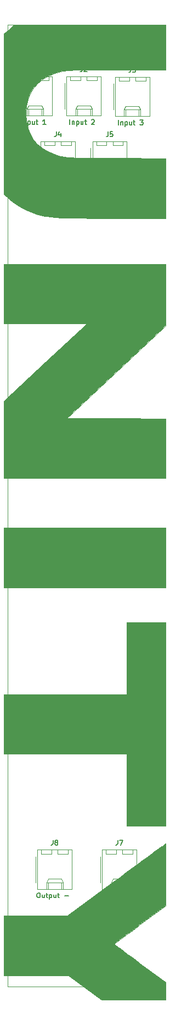
<source format=gbr>
%TF.GenerationSoftware,KiCad,Pcbnew,(5.1.8-0-10_14)*%
%TF.CreationDate,2021-07-03T12:07:01-04:00*%
%TF.ProjectId,unity,756e6974-792e-46b6-9963-61645f706362,rev?*%
%TF.SameCoordinates,Original*%
%TF.FileFunction,Legend,Top*%
%TF.FilePolarity,Positive*%
%FSLAX46Y46*%
G04 Gerber Fmt 4.6, Leading zero omitted, Abs format (unit mm)*
G04 Created by KiCad (PCBNEW (5.1.8-0-10_14)) date 2021-07-03 12:07:01*
%MOMM*%
%LPD*%
G01*
G04 APERTURE LIST*
%ADD10C,0.120000*%
%ADD11C,0.010000*%
%ADD12C,0.150000*%
G04 APERTURE END LIST*
D10*
X150000000Y-178000000D02*
X150000000Y-30000000D01*
X174000000Y-178000000D02*
X150000000Y-178000000D01*
X150000000Y-30000000D02*
X174000000Y-30000000D01*
D11*
%TO.C,G\u002A\u002A\u002A*%
G36*
X166889500Y-36950160D02*
G01*
X165585640Y-36955371D01*
X164439603Y-36960272D01*
X163439879Y-36965164D01*
X162574959Y-36970345D01*
X161833334Y-36976116D01*
X161203493Y-36982775D01*
X160673928Y-36990623D01*
X160233128Y-36999959D01*
X159869586Y-37011083D01*
X159571790Y-37024293D01*
X159328233Y-37039890D01*
X159127403Y-37058173D01*
X158957792Y-37079443D01*
X158807891Y-37103997D01*
X158666189Y-37132136D01*
X158521178Y-37164160D01*
X158502214Y-37168458D01*
X157319063Y-37498642D01*
X156277709Y-37920882D01*
X155376871Y-38436671D01*
X154615264Y-39047502D01*
X153991607Y-39754867D01*
X153504616Y-40560258D01*
X153153010Y-41465168D01*
X152935505Y-42471089D01*
X152850818Y-43579514D01*
X152849488Y-43745662D01*
X152918563Y-44869303D01*
X153125426Y-45894615D01*
X153469530Y-46820851D01*
X153950330Y-47647262D01*
X154567279Y-48373103D01*
X155319833Y-48997624D01*
X156207446Y-49520078D01*
X157229572Y-49939718D01*
X157414854Y-50000205D01*
X157680197Y-50083831D01*
X157921008Y-50157574D01*
X158149282Y-50222104D01*
X158377012Y-50278092D01*
X158616193Y-50326211D01*
X158878822Y-50367132D01*
X159176891Y-50401524D01*
X159522397Y-50430061D01*
X159927333Y-50453412D01*
X160403694Y-50472250D01*
X160963476Y-50487245D01*
X161618673Y-50499069D01*
X162381280Y-50508393D01*
X163263291Y-50515889D01*
X164276702Y-50522226D01*
X165433506Y-50528078D01*
X166745700Y-50534114D01*
X166974167Y-50535157D01*
X174446000Y-50569333D01*
X174446000Y-59788000D01*
X166677834Y-59787795D01*
X165197910Y-59787162D01*
X163875938Y-59785108D01*
X162700538Y-59781275D01*
X161660333Y-59775305D01*
X160743943Y-59766840D01*
X159939990Y-59755522D01*
X159237095Y-59740993D01*
X158623881Y-59722895D01*
X158088967Y-59700869D01*
X157620976Y-59674559D01*
X157208529Y-59643605D01*
X156840247Y-59607651D01*
X156504752Y-59566337D01*
X156190665Y-59519307D01*
X155886608Y-59466202D01*
X155773216Y-59444718D01*
X154440643Y-59108096D01*
X153152545Y-58625941D01*
X151933107Y-58010134D01*
X150806512Y-57272553D01*
X149988952Y-56603353D01*
X149469334Y-56133126D01*
X149469334Y-31377670D01*
X149994120Y-30914335D01*
X150284809Y-30660736D01*
X150567896Y-30418855D01*
X150787892Y-30236032D01*
X150810095Y-30218167D01*
X151101285Y-29985334D01*
X174446000Y-29985334D01*
X174446000Y-36920376D01*
X166889500Y-36950160D01*
G37*
X166889500Y-36950160D02*
X165585640Y-36955371D01*
X164439603Y-36960272D01*
X163439879Y-36965164D01*
X162574959Y-36970345D01*
X161833334Y-36976116D01*
X161203493Y-36982775D01*
X160673928Y-36990623D01*
X160233128Y-36999959D01*
X159869586Y-37011083D01*
X159571790Y-37024293D01*
X159328233Y-37039890D01*
X159127403Y-37058173D01*
X158957792Y-37079443D01*
X158807891Y-37103997D01*
X158666189Y-37132136D01*
X158521178Y-37164160D01*
X158502214Y-37168458D01*
X157319063Y-37498642D01*
X156277709Y-37920882D01*
X155376871Y-38436671D01*
X154615264Y-39047502D01*
X153991607Y-39754867D01*
X153504616Y-40560258D01*
X153153010Y-41465168D01*
X152935505Y-42471089D01*
X152850818Y-43579514D01*
X152849488Y-43745662D01*
X152918563Y-44869303D01*
X153125426Y-45894615D01*
X153469530Y-46820851D01*
X153950330Y-47647262D01*
X154567279Y-48373103D01*
X155319833Y-48997624D01*
X156207446Y-49520078D01*
X157229572Y-49939718D01*
X157414854Y-50000205D01*
X157680197Y-50083831D01*
X157921008Y-50157574D01*
X158149282Y-50222104D01*
X158377012Y-50278092D01*
X158616193Y-50326211D01*
X158878822Y-50367132D01*
X159176891Y-50401524D01*
X159522397Y-50430061D01*
X159927333Y-50453412D01*
X160403694Y-50472250D01*
X160963476Y-50487245D01*
X161618673Y-50499069D01*
X162381280Y-50508393D01*
X163263291Y-50515889D01*
X164276702Y-50522226D01*
X165433506Y-50528078D01*
X166745700Y-50534114D01*
X166974167Y-50535157D01*
X174446000Y-50569333D01*
X174446000Y-59788000D01*
X166677834Y-59787795D01*
X165197910Y-59787162D01*
X163875938Y-59785108D01*
X162700538Y-59781275D01*
X161660333Y-59775305D01*
X160743943Y-59766840D01*
X159939990Y-59755522D01*
X159237095Y-59740993D01*
X158623881Y-59722895D01*
X158088967Y-59700869D01*
X157620976Y-59674559D01*
X157208529Y-59643605D01*
X156840247Y-59607651D01*
X156504752Y-59566337D01*
X156190665Y-59519307D01*
X155886608Y-59466202D01*
X155773216Y-59444718D01*
X154440643Y-59108096D01*
X153152545Y-58625941D01*
X151933107Y-58010134D01*
X150806512Y-57272553D01*
X149988952Y-56603353D01*
X149469334Y-56133126D01*
X149469334Y-31377670D01*
X149994120Y-30914335D01*
X150284809Y-30660736D01*
X150567896Y-30418855D01*
X150787892Y-30236032D01*
X150810095Y-30218167D01*
X151101285Y-29985334D01*
X174446000Y-29985334D01*
X174446000Y-36920376D01*
X166889500Y-36950160D01*
G36*
X149469334Y-99750667D02*
G01*
X149469334Y-87918504D01*
X155868231Y-81960085D01*
X162267128Y-76001667D01*
X149469334Y-75958269D01*
X149469334Y-66815334D01*
X174446000Y-66815334D01*
X174440546Y-76340334D01*
X159190902Y-90564334D01*
X166818451Y-90585950D01*
X174446000Y-90607567D01*
X174446000Y-99750667D01*
X149469334Y-99750667D01*
G37*
X149469334Y-99750667D02*
X149469334Y-87918504D01*
X155868231Y-81960085D01*
X162267128Y-76001667D01*
X149469334Y-75958269D01*
X149469334Y-66815334D01*
X174446000Y-66815334D01*
X174440546Y-76340334D01*
X159190902Y-90564334D01*
X166818451Y-90585950D01*
X174446000Y-90607567D01*
X174446000Y-99750667D01*
X149469334Y-99750667D01*
G36*
X149469334Y-116599334D02*
G01*
X149469334Y-107370667D01*
X174446000Y-107370667D01*
X174446000Y-116599334D01*
X149469334Y-116599334D01*
G37*
X149469334Y-116599334D02*
X149469334Y-107370667D01*
X174446000Y-107370667D01*
X174446000Y-116599334D01*
X149469334Y-116599334D01*
G36*
X168434667Y-153260000D02*
G01*
X168434667Y-142168667D01*
X149469334Y-142168667D01*
X149469334Y-133024667D01*
X168434667Y-133024667D01*
X168434667Y-121933334D01*
X174446000Y-121933334D01*
X174446000Y-153260000D01*
X168434667Y-153260000D01*
G37*
X168434667Y-153260000D02*
X168434667Y-142168667D01*
X149469334Y-142168667D01*
X149469334Y-133024667D01*
X168434667Y-133024667D01*
X168434667Y-121933334D01*
X174446000Y-121933334D01*
X174446000Y-153260000D01*
X168434667Y-153260000D01*
G36*
X164542322Y-180014667D02*
G01*
X161979994Y-178153968D01*
X159417667Y-176293268D01*
X154443500Y-176291301D01*
X149469334Y-176289334D01*
X149469334Y-167060667D01*
X154358834Y-167059213D01*
X159248334Y-167057760D01*
X166275667Y-161929444D01*
X167257694Y-161212795D01*
X168210055Y-160517799D01*
X169122713Y-159851782D01*
X169985628Y-159222068D01*
X170788763Y-158635984D01*
X171522079Y-158100854D01*
X172175538Y-157624004D01*
X172739101Y-157212759D01*
X173202729Y-156874444D01*
X173556386Y-156616386D01*
X173790031Y-156445910D01*
X173874500Y-156384287D01*
X174446000Y-155967447D01*
X174445462Y-160773224D01*
X174444923Y-165579000D01*
X170466129Y-168489830D01*
X169742274Y-169020406D01*
X169060857Y-169521841D01*
X168433896Y-169985161D01*
X167873407Y-170401389D01*
X167391411Y-170761550D01*
X166999924Y-171056667D01*
X166710965Y-171277766D01*
X166536552Y-171415870D01*
X166487334Y-171461403D01*
X166553745Y-171521100D01*
X166744970Y-171671574D01*
X167048994Y-171903842D01*
X167453804Y-172208918D01*
X167947386Y-172577821D01*
X168517726Y-173001566D01*
X169152811Y-173471171D01*
X169840626Y-173977650D01*
X170463851Y-174434907D01*
X174440367Y-177347667D01*
X174443184Y-178681167D01*
X174446000Y-180014667D01*
X164542322Y-180014667D01*
G37*
X164542322Y-180014667D02*
X161979994Y-178153968D01*
X159417667Y-176293268D01*
X154443500Y-176291301D01*
X149469334Y-176289334D01*
X149469334Y-167060667D01*
X154358834Y-167059213D01*
X159248334Y-167057760D01*
X166275667Y-161929444D01*
X167257694Y-161212795D01*
X168210055Y-160517799D01*
X169122713Y-159851782D01*
X169985628Y-159222068D01*
X170788763Y-158635984D01*
X171522079Y-158100854D01*
X172175538Y-157624004D01*
X172739101Y-157212759D01*
X173202729Y-156874444D01*
X173556386Y-156616386D01*
X173790031Y-156445910D01*
X173874500Y-156384287D01*
X174446000Y-155967447D01*
X174445462Y-160773224D01*
X174444923Y-165579000D01*
X170466129Y-168489830D01*
X169742274Y-169020406D01*
X169060857Y-169521841D01*
X168433896Y-169985161D01*
X167873407Y-170401389D01*
X167391411Y-170761550D01*
X166999924Y-171056667D01*
X166710965Y-171277766D01*
X166536552Y-171415870D01*
X166487334Y-171461403D01*
X166553745Y-171521100D01*
X166744970Y-171671574D01*
X167048994Y-171903842D01*
X167453804Y-172208918D01*
X167947386Y-172577821D01*
X168517726Y-173001566D01*
X169152811Y-173471171D01*
X169840626Y-173977650D01*
X170463851Y-174434907D01*
X174440367Y-177347667D01*
X174443184Y-178681167D01*
X174446000Y-180014667D01*
X164542322Y-180014667D01*
D10*
%TO.C,J2*%
X159120000Y-37970000D02*
X159120000Y-43990000D01*
X159120000Y-43990000D02*
X164420000Y-43990000D01*
X164420000Y-43990000D02*
X164420000Y-37970000D01*
X164420000Y-37970000D02*
X159120000Y-37970000D01*
X158830000Y-39000000D02*
X158830000Y-43000000D01*
X160500000Y-43990000D02*
X160500000Y-42990000D01*
X160500000Y-42990000D02*
X163040000Y-42990000D01*
X163040000Y-42990000D02*
X163040000Y-43990000D01*
X160500000Y-42990000D02*
X160750000Y-42460000D01*
X160750000Y-42460000D02*
X162790000Y-42460000D01*
X162790000Y-42460000D02*
X163040000Y-42990000D01*
X160750000Y-43990000D02*
X160750000Y-42990000D01*
X162790000Y-43990000D02*
X162790000Y-42990000D01*
X159700000Y-37970000D02*
X159700000Y-38570000D01*
X159700000Y-38570000D02*
X161300000Y-38570000D01*
X161300000Y-38570000D02*
X161300000Y-37970000D01*
X162240000Y-37970000D02*
X162240000Y-38570000D01*
X162240000Y-38570000D02*
X163840000Y-38570000D01*
X163840000Y-38570000D02*
X163840000Y-37970000D01*
%TO.C,J5*%
X167840000Y-48570000D02*
X167840000Y-47970000D01*
X166240000Y-48570000D02*
X167840000Y-48570000D01*
X166240000Y-47970000D02*
X166240000Y-48570000D01*
X165300000Y-48570000D02*
X165300000Y-47970000D01*
X163700000Y-48570000D02*
X165300000Y-48570000D01*
X163700000Y-47970000D02*
X163700000Y-48570000D01*
X166790000Y-53990000D02*
X166790000Y-52990000D01*
X164750000Y-53990000D02*
X164750000Y-52990000D01*
X166790000Y-52460000D02*
X167040000Y-52990000D01*
X164750000Y-52460000D02*
X166790000Y-52460000D01*
X164500000Y-52990000D02*
X164750000Y-52460000D01*
X167040000Y-52990000D02*
X167040000Y-53990000D01*
X164500000Y-52990000D02*
X167040000Y-52990000D01*
X164500000Y-53990000D02*
X164500000Y-52990000D01*
X162830000Y-49000000D02*
X162830000Y-53000000D01*
X168420000Y-47970000D02*
X163120000Y-47970000D01*
X168420000Y-53990000D02*
X168420000Y-47970000D01*
X163120000Y-53990000D02*
X168420000Y-53990000D01*
X163120000Y-47970000D02*
X163120000Y-53990000D01*
%TO.C,J4*%
X155120000Y-47970000D02*
X155120000Y-53990000D01*
X155120000Y-53990000D02*
X160420000Y-53990000D01*
X160420000Y-53990000D02*
X160420000Y-47970000D01*
X160420000Y-47970000D02*
X155120000Y-47970000D01*
X154830000Y-49000000D02*
X154830000Y-53000000D01*
X156500000Y-53990000D02*
X156500000Y-52990000D01*
X156500000Y-52990000D02*
X159040000Y-52990000D01*
X159040000Y-52990000D02*
X159040000Y-53990000D01*
X156500000Y-52990000D02*
X156750000Y-52460000D01*
X156750000Y-52460000D02*
X158790000Y-52460000D01*
X158790000Y-52460000D02*
X159040000Y-52990000D01*
X156750000Y-53990000D02*
X156750000Y-52990000D01*
X158790000Y-53990000D02*
X158790000Y-52990000D01*
X155700000Y-47970000D02*
X155700000Y-48570000D01*
X155700000Y-48570000D02*
X157300000Y-48570000D01*
X157300000Y-48570000D02*
X157300000Y-47970000D01*
X158240000Y-47970000D02*
X158240000Y-48570000D01*
X158240000Y-48570000D02*
X159840000Y-48570000D01*
X159840000Y-48570000D02*
X159840000Y-47970000D01*
%TO.C,J1*%
X156340000Y-38570000D02*
X156340000Y-37970000D01*
X154740000Y-38570000D02*
X156340000Y-38570000D01*
X154740000Y-37970000D02*
X154740000Y-38570000D01*
X153800000Y-38570000D02*
X153800000Y-37970000D01*
X152200000Y-38570000D02*
X153800000Y-38570000D01*
X152200000Y-37970000D02*
X152200000Y-38570000D01*
X155290000Y-43990000D02*
X155290000Y-42990000D01*
X153250000Y-43990000D02*
X153250000Y-42990000D01*
X155290000Y-42460000D02*
X155540000Y-42990000D01*
X153250000Y-42460000D02*
X155290000Y-42460000D01*
X153000000Y-42990000D02*
X153250000Y-42460000D01*
X155540000Y-42990000D02*
X155540000Y-43990000D01*
X153000000Y-42990000D02*
X155540000Y-42990000D01*
X153000000Y-43990000D02*
X153000000Y-42990000D01*
X151330000Y-39000000D02*
X151330000Y-43000000D01*
X156920000Y-37970000D02*
X151620000Y-37970000D01*
X156920000Y-43990000D02*
X156920000Y-37970000D01*
X151620000Y-43990000D02*
X156920000Y-43990000D01*
X151620000Y-37970000D02*
X151620000Y-43990000D01*
%TO.C,J3*%
X171340000Y-38665001D02*
X171340000Y-38065001D01*
X169740000Y-38665001D02*
X171340000Y-38665001D01*
X169740000Y-38065001D02*
X169740000Y-38665001D01*
X168800000Y-38665001D02*
X168800000Y-38065001D01*
X167200000Y-38665001D02*
X168800000Y-38665001D01*
X167200000Y-38065001D02*
X167200000Y-38665001D01*
X170290000Y-44085001D02*
X170290000Y-43085001D01*
X168250000Y-44085001D02*
X168250000Y-43085001D01*
X170290000Y-42555001D02*
X170540000Y-43085001D01*
X168250000Y-42555001D02*
X170290000Y-42555001D01*
X168000000Y-43085001D02*
X168250000Y-42555001D01*
X170540000Y-43085001D02*
X170540000Y-44085001D01*
X168000000Y-43085001D02*
X170540000Y-43085001D01*
X168000000Y-44085001D02*
X168000000Y-43085001D01*
X166330000Y-39095001D02*
X166330000Y-43095001D01*
X171920000Y-38065001D02*
X166620000Y-38065001D01*
X171920000Y-44085001D02*
X171920000Y-38065001D01*
X166620000Y-44085001D02*
X171920000Y-44085001D01*
X166620000Y-38065001D02*
X166620000Y-44085001D01*
%TO.C,J7*%
X169340000Y-157570000D02*
X169340000Y-156970000D01*
X167740000Y-157570000D02*
X169340000Y-157570000D01*
X167740000Y-156970000D02*
X167740000Y-157570000D01*
X166800000Y-157570000D02*
X166800000Y-156970000D01*
X165200000Y-157570000D02*
X166800000Y-157570000D01*
X165200000Y-156970000D02*
X165200000Y-157570000D01*
X168290000Y-162990000D02*
X168290000Y-161990000D01*
X166250000Y-162990000D02*
X166250000Y-161990000D01*
X168290000Y-161460000D02*
X168540000Y-161990000D01*
X166250000Y-161460000D02*
X168290000Y-161460000D01*
X166000000Y-161990000D02*
X166250000Y-161460000D01*
X168540000Y-161990000D02*
X168540000Y-162990000D01*
X166000000Y-161990000D02*
X168540000Y-161990000D01*
X166000000Y-162990000D02*
X166000000Y-161990000D01*
X164330000Y-158000000D02*
X164330000Y-162000000D01*
X169920000Y-156970000D02*
X164620000Y-156970000D01*
X169920000Y-162990000D02*
X169920000Y-156970000D01*
X164620000Y-162990000D02*
X169920000Y-162990000D01*
X164620000Y-156970000D02*
X164620000Y-162990000D01*
%TO.C,J8*%
X154620000Y-156970000D02*
X154620000Y-162990000D01*
X154620000Y-162990000D02*
X159920000Y-162990000D01*
X159920000Y-162990000D02*
X159920000Y-156970000D01*
X159920000Y-156970000D02*
X154620000Y-156970000D01*
X154330000Y-158000000D02*
X154330000Y-162000000D01*
X156000000Y-162990000D02*
X156000000Y-161990000D01*
X156000000Y-161990000D02*
X158540000Y-161990000D01*
X158540000Y-161990000D02*
X158540000Y-162990000D01*
X156000000Y-161990000D02*
X156250000Y-161460000D01*
X156250000Y-161460000D02*
X158290000Y-161460000D01*
X158290000Y-161460000D02*
X158540000Y-161990000D01*
X156250000Y-162990000D02*
X156250000Y-161990000D01*
X158290000Y-162990000D02*
X158290000Y-161990000D01*
X155200000Y-156970000D02*
X155200000Y-157570000D01*
X155200000Y-157570000D02*
X156800000Y-157570000D01*
X156800000Y-157570000D02*
X156800000Y-156970000D01*
X157740000Y-156970000D02*
X157740000Y-157570000D01*
X157740000Y-157570000D02*
X159340000Y-157570000D01*
X159340000Y-157570000D02*
X159340000Y-156970000D01*
%TO.C,J2*%
D12*
X161520000Y-36469285D02*
X161520000Y-37005000D01*
X161484285Y-37112142D01*
X161412857Y-37183571D01*
X161305714Y-37219285D01*
X161234285Y-37219285D01*
X161841428Y-36540714D02*
X161877142Y-36505000D01*
X161948571Y-36469285D01*
X162127142Y-36469285D01*
X162198571Y-36505000D01*
X162234285Y-36540714D01*
X162270000Y-36612142D01*
X162270000Y-36683571D01*
X162234285Y-36790714D01*
X161805714Y-37219285D01*
X162270000Y-37219285D01*
X159625000Y-45339285D02*
X159625000Y-44589285D01*
X159982142Y-44839285D02*
X159982142Y-45339285D01*
X159982142Y-44910714D02*
X160017857Y-44875000D01*
X160089285Y-44839285D01*
X160196428Y-44839285D01*
X160267857Y-44875000D01*
X160303571Y-44946428D01*
X160303571Y-45339285D01*
X160660714Y-44839285D02*
X160660714Y-45589285D01*
X160660714Y-44875000D02*
X160732142Y-44839285D01*
X160875000Y-44839285D01*
X160946428Y-44875000D01*
X160982142Y-44910714D01*
X161017857Y-44982142D01*
X161017857Y-45196428D01*
X160982142Y-45267857D01*
X160946428Y-45303571D01*
X160875000Y-45339285D01*
X160732142Y-45339285D01*
X160660714Y-45303571D01*
X161660714Y-44839285D02*
X161660714Y-45339285D01*
X161339285Y-44839285D02*
X161339285Y-45232142D01*
X161375000Y-45303571D01*
X161446428Y-45339285D01*
X161553571Y-45339285D01*
X161625000Y-45303571D01*
X161660714Y-45267857D01*
X161910714Y-44839285D02*
X162196428Y-44839285D01*
X162017857Y-44589285D02*
X162017857Y-45232142D01*
X162053571Y-45303571D01*
X162125000Y-45339285D01*
X162196428Y-45339285D01*
X162982142Y-44660714D02*
X163017857Y-44625000D01*
X163089285Y-44589285D01*
X163267857Y-44589285D01*
X163339285Y-44625000D01*
X163375000Y-44660714D01*
X163410714Y-44732142D01*
X163410714Y-44803571D01*
X163375000Y-44910714D01*
X162946428Y-45339285D01*
X163410714Y-45339285D01*
%TO.C,J5*%
X165520000Y-46469285D02*
X165520000Y-47005000D01*
X165484285Y-47112142D01*
X165412857Y-47183571D01*
X165305714Y-47219285D01*
X165234285Y-47219285D01*
X166234285Y-46469285D02*
X165877142Y-46469285D01*
X165841428Y-46826428D01*
X165877142Y-46790714D01*
X165948571Y-46755000D01*
X166127142Y-46755000D01*
X166198571Y-46790714D01*
X166234285Y-46826428D01*
X166270000Y-46897857D01*
X166270000Y-47076428D01*
X166234285Y-47147857D01*
X166198571Y-47183571D01*
X166127142Y-47219285D01*
X165948571Y-47219285D01*
X165877142Y-47183571D01*
X165841428Y-47147857D01*
X163625000Y-55339285D02*
X163625000Y-54589285D01*
X163982142Y-54839285D02*
X163982142Y-55339285D01*
X163982142Y-54910714D02*
X164017857Y-54875000D01*
X164089285Y-54839285D01*
X164196428Y-54839285D01*
X164267857Y-54875000D01*
X164303571Y-54946428D01*
X164303571Y-55339285D01*
X164660714Y-54839285D02*
X164660714Y-55589285D01*
X164660714Y-54875000D02*
X164732142Y-54839285D01*
X164875000Y-54839285D01*
X164946428Y-54875000D01*
X164982142Y-54910714D01*
X165017857Y-54982142D01*
X165017857Y-55196428D01*
X164982142Y-55267857D01*
X164946428Y-55303571D01*
X164875000Y-55339285D01*
X164732142Y-55339285D01*
X164660714Y-55303571D01*
X165660714Y-54839285D02*
X165660714Y-55339285D01*
X165339285Y-54839285D02*
X165339285Y-55232142D01*
X165375000Y-55303571D01*
X165446428Y-55339285D01*
X165553571Y-55339285D01*
X165625000Y-55303571D01*
X165660714Y-55267857D01*
X165910714Y-54839285D02*
X166196428Y-54839285D01*
X166017857Y-54589285D02*
X166017857Y-55232142D01*
X166053571Y-55303571D01*
X166125000Y-55339285D01*
X166196428Y-55339285D01*
X167375000Y-54589285D02*
X167017857Y-54589285D01*
X166982142Y-54946428D01*
X167017857Y-54910714D01*
X167089285Y-54875000D01*
X167267857Y-54875000D01*
X167339285Y-54910714D01*
X167375000Y-54946428D01*
X167410714Y-55017857D01*
X167410714Y-55196428D01*
X167375000Y-55267857D01*
X167339285Y-55303571D01*
X167267857Y-55339285D01*
X167089285Y-55339285D01*
X167017857Y-55303571D01*
X166982142Y-55267857D01*
%TO.C,J4*%
X157520000Y-46469285D02*
X157520000Y-47005000D01*
X157484285Y-47112142D01*
X157412857Y-47183571D01*
X157305714Y-47219285D01*
X157234285Y-47219285D01*
X158198571Y-46719285D02*
X158198571Y-47219285D01*
X158020000Y-46433571D02*
X157841428Y-46969285D01*
X158305714Y-46969285D01*
X155625000Y-55339285D02*
X155625000Y-54589285D01*
X155982142Y-54839285D02*
X155982142Y-55339285D01*
X155982142Y-54910714D02*
X156017857Y-54875000D01*
X156089285Y-54839285D01*
X156196428Y-54839285D01*
X156267857Y-54875000D01*
X156303571Y-54946428D01*
X156303571Y-55339285D01*
X156660714Y-54839285D02*
X156660714Y-55589285D01*
X156660714Y-54875000D02*
X156732142Y-54839285D01*
X156875000Y-54839285D01*
X156946428Y-54875000D01*
X156982142Y-54910714D01*
X157017857Y-54982142D01*
X157017857Y-55196428D01*
X156982142Y-55267857D01*
X156946428Y-55303571D01*
X156875000Y-55339285D01*
X156732142Y-55339285D01*
X156660714Y-55303571D01*
X157660714Y-54839285D02*
X157660714Y-55339285D01*
X157339285Y-54839285D02*
X157339285Y-55232142D01*
X157375000Y-55303571D01*
X157446428Y-55339285D01*
X157553571Y-55339285D01*
X157625000Y-55303571D01*
X157660714Y-55267857D01*
X157910714Y-54839285D02*
X158196428Y-54839285D01*
X158017857Y-54589285D02*
X158017857Y-55232142D01*
X158053571Y-55303571D01*
X158125000Y-55339285D01*
X158196428Y-55339285D01*
X159339285Y-54839285D02*
X159339285Y-55339285D01*
X159160714Y-54553571D02*
X158982142Y-55089285D01*
X159446428Y-55089285D01*
%TO.C,J1*%
X154020000Y-36469285D02*
X154020000Y-37005000D01*
X153984285Y-37112142D01*
X153912857Y-37183571D01*
X153805714Y-37219285D01*
X153734285Y-37219285D01*
X154770000Y-37219285D02*
X154341428Y-37219285D01*
X154555714Y-37219285D02*
X154555714Y-36469285D01*
X154484285Y-36576428D01*
X154412857Y-36647857D01*
X154341428Y-36683571D01*
X152125000Y-45339285D02*
X152125000Y-44589285D01*
X152482142Y-44839285D02*
X152482142Y-45339285D01*
X152482142Y-44910714D02*
X152517857Y-44875000D01*
X152589285Y-44839285D01*
X152696428Y-44839285D01*
X152767857Y-44875000D01*
X152803571Y-44946428D01*
X152803571Y-45339285D01*
X153160714Y-44839285D02*
X153160714Y-45589285D01*
X153160714Y-44875000D02*
X153232142Y-44839285D01*
X153375000Y-44839285D01*
X153446428Y-44875000D01*
X153482142Y-44910714D01*
X153517857Y-44982142D01*
X153517857Y-45196428D01*
X153482142Y-45267857D01*
X153446428Y-45303571D01*
X153375000Y-45339285D01*
X153232142Y-45339285D01*
X153160714Y-45303571D01*
X154160714Y-44839285D02*
X154160714Y-45339285D01*
X153839285Y-44839285D02*
X153839285Y-45232142D01*
X153875000Y-45303571D01*
X153946428Y-45339285D01*
X154053571Y-45339285D01*
X154125000Y-45303571D01*
X154160714Y-45267857D01*
X154410714Y-44839285D02*
X154696428Y-44839285D01*
X154517857Y-44589285D02*
X154517857Y-45232142D01*
X154553571Y-45303571D01*
X154625000Y-45339285D01*
X154696428Y-45339285D01*
X155910714Y-45339285D02*
X155482142Y-45339285D01*
X155696428Y-45339285D02*
X155696428Y-44589285D01*
X155625000Y-44696428D01*
X155553571Y-44767857D01*
X155482142Y-44803571D01*
%TO.C,J3*%
X169020000Y-36564286D02*
X169020000Y-37100001D01*
X168984285Y-37207143D01*
X168912857Y-37278572D01*
X168805714Y-37314286D01*
X168734285Y-37314286D01*
X169305714Y-36564286D02*
X169770000Y-36564286D01*
X169520000Y-36850001D01*
X169627142Y-36850001D01*
X169698571Y-36885715D01*
X169734285Y-36921429D01*
X169770000Y-36992858D01*
X169770000Y-37171429D01*
X169734285Y-37242858D01*
X169698571Y-37278572D01*
X169627142Y-37314286D01*
X169412857Y-37314286D01*
X169341428Y-37278572D01*
X169305714Y-37242858D01*
X167125000Y-45434286D02*
X167125000Y-44684286D01*
X167482142Y-44934286D02*
X167482142Y-45434286D01*
X167482142Y-45005715D02*
X167517857Y-44970001D01*
X167589285Y-44934286D01*
X167696428Y-44934286D01*
X167767857Y-44970001D01*
X167803571Y-45041429D01*
X167803571Y-45434286D01*
X168160714Y-44934286D02*
X168160714Y-45684286D01*
X168160714Y-44970001D02*
X168232142Y-44934286D01*
X168375000Y-44934286D01*
X168446428Y-44970001D01*
X168482142Y-45005715D01*
X168517857Y-45077143D01*
X168517857Y-45291429D01*
X168482142Y-45362858D01*
X168446428Y-45398572D01*
X168375000Y-45434286D01*
X168232142Y-45434286D01*
X168160714Y-45398572D01*
X169160714Y-44934286D02*
X169160714Y-45434286D01*
X168839285Y-44934286D02*
X168839285Y-45327143D01*
X168875000Y-45398572D01*
X168946428Y-45434286D01*
X169053571Y-45434286D01*
X169125000Y-45398572D01*
X169160714Y-45362858D01*
X169410714Y-44934286D02*
X169696428Y-44934286D01*
X169517857Y-44684286D02*
X169517857Y-45327143D01*
X169553571Y-45398572D01*
X169625000Y-45434286D01*
X169696428Y-45434286D01*
X170446428Y-44684286D02*
X170910714Y-44684286D01*
X170660714Y-44970001D01*
X170767857Y-44970001D01*
X170839285Y-45005715D01*
X170875000Y-45041429D01*
X170910714Y-45112858D01*
X170910714Y-45291429D01*
X170875000Y-45362858D01*
X170839285Y-45398572D01*
X170767857Y-45434286D01*
X170553571Y-45434286D01*
X170482142Y-45398572D01*
X170446428Y-45362858D01*
%TO.C,J7*%
X167020000Y-155469285D02*
X167020000Y-156005000D01*
X166984285Y-156112142D01*
X166912857Y-156183571D01*
X166805714Y-156219285D01*
X166734285Y-156219285D01*
X167305714Y-155469285D02*
X167805714Y-155469285D01*
X167484285Y-156219285D01*
X164732142Y-163589285D02*
X164875000Y-163589285D01*
X164946428Y-163625000D01*
X165017857Y-163696428D01*
X165053571Y-163839285D01*
X165053571Y-164089285D01*
X165017857Y-164232142D01*
X164946428Y-164303571D01*
X164875000Y-164339285D01*
X164732142Y-164339285D01*
X164660714Y-164303571D01*
X164589285Y-164232142D01*
X164553571Y-164089285D01*
X164553571Y-163839285D01*
X164589285Y-163696428D01*
X164660714Y-163625000D01*
X164732142Y-163589285D01*
X165696428Y-163839285D02*
X165696428Y-164339285D01*
X165375000Y-163839285D02*
X165375000Y-164232142D01*
X165410714Y-164303571D01*
X165482142Y-164339285D01*
X165589285Y-164339285D01*
X165660714Y-164303571D01*
X165696428Y-164267857D01*
X165946428Y-163839285D02*
X166232142Y-163839285D01*
X166053571Y-163589285D02*
X166053571Y-164232142D01*
X166089285Y-164303571D01*
X166160714Y-164339285D01*
X166232142Y-164339285D01*
X166482142Y-163839285D02*
X166482142Y-164589285D01*
X166482142Y-163875000D02*
X166553571Y-163839285D01*
X166696428Y-163839285D01*
X166767857Y-163875000D01*
X166803571Y-163910714D01*
X166839285Y-163982142D01*
X166839285Y-164196428D01*
X166803571Y-164267857D01*
X166767857Y-164303571D01*
X166696428Y-164339285D01*
X166553571Y-164339285D01*
X166482142Y-164303571D01*
X167482142Y-163839285D02*
X167482142Y-164339285D01*
X167160714Y-163839285D02*
X167160714Y-164232142D01*
X167196428Y-164303571D01*
X167267857Y-164339285D01*
X167375000Y-164339285D01*
X167446428Y-164303571D01*
X167482142Y-164267857D01*
X167732142Y-163839285D02*
X168017857Y-163839285D01*
X167839285Y-163589285D02*
X167839285Y-164232142D01*
X167875000Y-164303571D01*
X167946428Y-164339285D01*
X168017857Y-164339285D01*
X168839285Y-164053571D02*
X169410714Y-164053571D01*
X169125000Y-164339285D02*
X169125000Y-163767857D01*
%TO.C,J8*%
X157020000Y-155469285D02*
X157020000Y-156005000D01*
X156984285Y-156112142D01*
X156912857Y-156183571D01*
X156805714Y-156219285D01*
X156734285Y-156219285D01*
X157484285Y-155790714D02*
X157412857Y-155755000D01*
X157377142Y-155719285D01*
X157341428Y-155647857D01*
X157341428Y-155612142D01*
X157377142Y-155540714D01*
X157412857Y-155505000D01*
X157484285Y-155469285D01*
X157627142Y-155469285D01*
X157698571Y-155505000D01*
X157734285Y-155540714D01*
X157770000Y-155612142D01*
X157770000Y-155647857D01*
X157734285Y-155719285D01*
X157698571Y-155755000D01*
X157627142Y-155790714D01*
X157484285Y-155790714D01*
X157412857Y-155826428D01*
X157377142Y-155862142D01*
X157341428Y-155933571D01*
X157341428Y-156076428D01*
X157377142Y-156147857D01*
X157412857Y-156183571D01*
X157484285Y-156219285D01*
X157627142Y-156219285D01*
X157698571Y-156183571D01*
X157734285Y-156147857D01*
X157770000Y-156076428D01*
X157770000Y-155933571D01*
X157734285Y-155862142D01*
X157698571Y-155826428D01*
X157627142Y-155790714D01*
X154732142Y-163589285D02*
X154875000Y-163589285D01*
X154946428Y-163625000D01*
X155017857Y-163696428D01*
X155053571Y-163839285D01*
X155053571Y-164089285D01*
X155017857Y-164232142D01*
X154946428Y-164303571D01*
X154875000Y-164339285D01*
X154732142Y-164339285D01*
X154660714Y-164303571D01*
X154589285Y-164232142D01*
X154553571Y-164089285D01*
X154553571Y-163839285D01*
X154589285Y-163696428D01*
X154660714Y-163625000D01*
X154732142Y-163589285D01*
X155696428Y-163839285D02*
X155696428Y-164339285D01*
X155375000Y-163839285D02*
X155375000Y-164232142D01*
X155410714Y-164303571D01*
X155482142Y-164339285D01*
X155589285Y-164339285D01*
X155660714Y-164303571D01*
X155696428Y-164267857D01*
X155946428Y-163839285D02*
X156232142Y-163839285D01*
X156053571Y-163589285D02*
X156053571Y-164232142D01*
X156089285Y-164303571D01*
X156160714Y-164339285D01*
X156232142Y-164339285D01*
X156482142Y-163839285D02*
X156482142Y-164589285D01*
X156482142Y-163875000D02*
X156553571Y-163839285D01*
X156696428Y-163839285D01*
X156767857Y-163875000D01*
X156803571Y-163910714D01*
X156839285Y-163982142D01*
X156839285Y-164196428D01*
X156803571Y-164267857D01*
X156767857Y-164303571D01*
X156696428Y-164339285D01*
X156553571Y-164339285D01*
X156482142Y-164303571D01*
X157482142Y-163839285D02*
X157482142Y-164339285D01*
X157160714Y-163839285D02*
X157160714Y-164232142D01*
X157196428Y-164303571D01*
X157267857Y-164339285D01*
X157375000Y-164339285D01*
X157446428Y-164303571D01*
X157482142Y-164267857D01*
X157732142Y-163839285D02*
X158017857Y-163839285D01*
X157839285Y-163589285D02*
X157839285Y-164232142D01*
X157875000Y-164303571D01*
X157946428Y-164339285D01*
X158017857Y-164339285D01*
X158839285Y-164053571D02*
X159410714Y-164053571D01*
%TD*%
M02*

</source>
